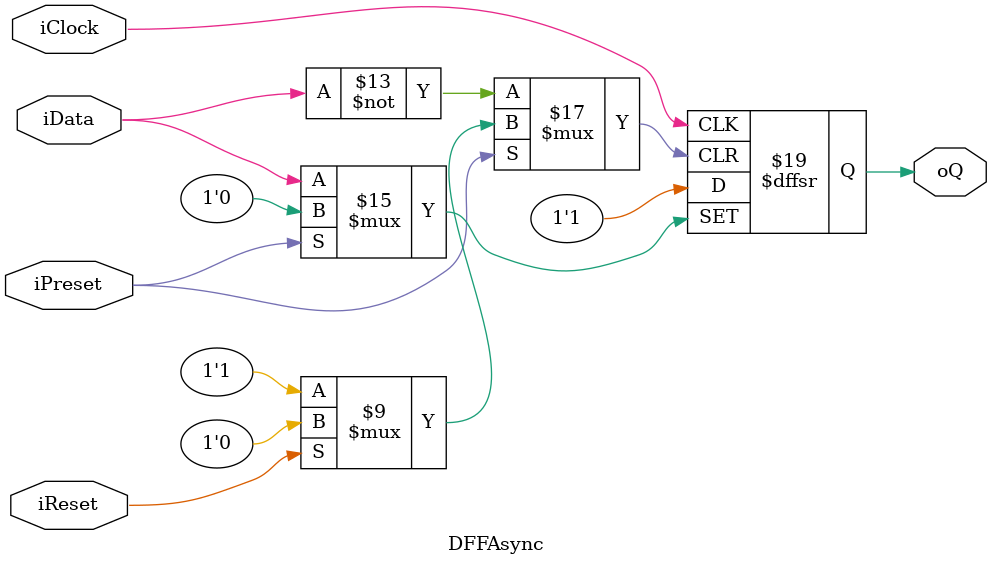
<source format=v>
/******************
	FileName	:	DFFAsync.v
	Author	:	daniel
	Description	:	Example of a rising edge flip-flop width asychronouse preset and reset
	Revision	:	2017/12/20
	Company	:	***********
	code	:	Verilog-2001
************************/
module DFFAsync #(parameter DELAY = 1) (
input 	  iData,iPreset,iClock,iReset,
output reg oQ);
always @(posedge iClock, negedge iPreset,negedge iReset)
	if(~iReset)
		oQ <= 1'b0;
	else if(iPreset)
   	oQ <= 1'b1;
	else
		oQ <= #DELAY iData;
endmodule
</source>
